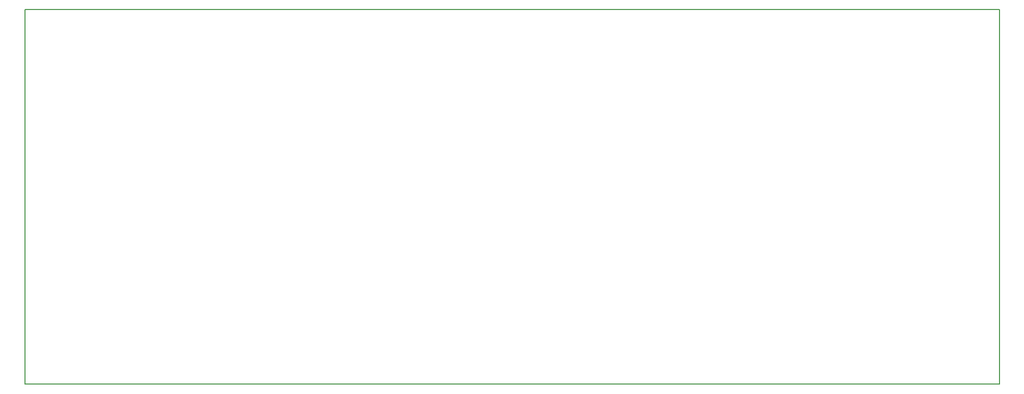
<source format=gbr>
G04 (created by PCBNEW (2013-03-19 BZR 4004)-stable) date 11/24/2013 9:32:50 PM*
%MOIN*%
G04 Gerber Fmt 3.4, Leading zero omitted, Abs format*
%FSLAX34Y34*%
G01*
G70*
G90*
G04 APERTURE LIST*
%ADD10C,0.006*%
%ADD11C,0.00590551*%
G04 APERTURE END LIST*
G54D10*
G54D11*
X21250Y-30300D02*
X21250Y-55300D01*
X86250Y-30300D02*
X21250Y-30300D01*
X86250Y-55300D02*
X86250Y-30300D01*
X21250Y-55300D02*
X86250Y-55300D01*
M02*

</source>
